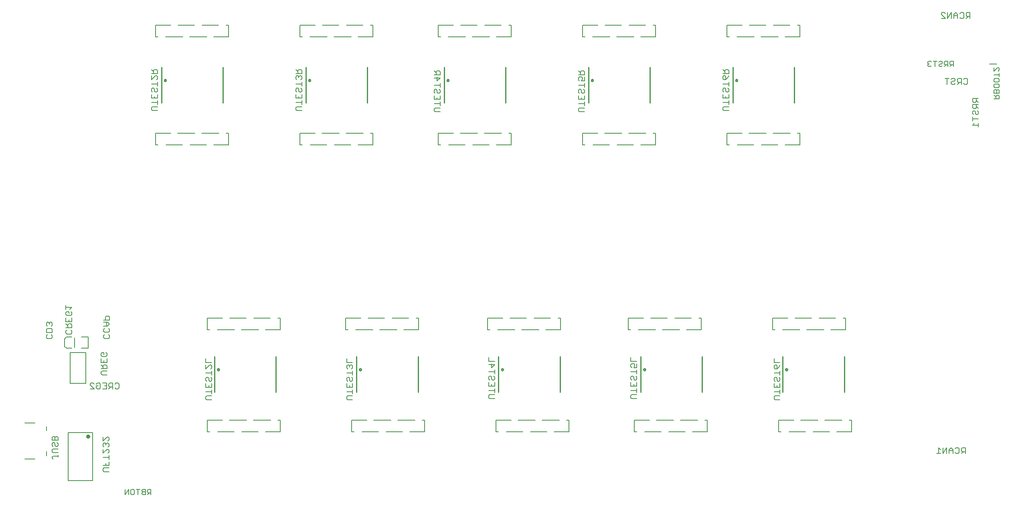
<source format=gbo>
G75*
G70*
%OFA0B0*%
%FSLAX24Y24*%
%IPPOS*%
%LPD*%
%AMOC8*
5,1,8,0,0,1.08239X$1,22.5*
%
%ADD10C,0.0060*%
%ADD11C,0.0070*%
%ADD12C,0.0080*%
%ADD13C,0.0348*%
%ADD14C,0.0050*%
%ADD15C,0.0100*%
D10*
X017455Y002098D02*
X017455Y002538D01*
X017749Y002538D02*
X017455Y002098D01*
X017749Y002098D02*
X017749Y002538D01*
X017916Y002465D02*
X017989Y002538D01*
X018136Y002538D01*
X018209Y002465D01*
X018209Y002171D01*
X018136Y002098D01*
X017989Y002098D01*
X017916Y002171D01*
X017916Y002465D01*
X018376Y002538D02*
X018670Y002538D01*
X018523Y002538D02*
X018523Y002098D01*
X018836Y002171D02*
X018910Y002098D01*
X019130Y002098D01*
X019130Y002538D01*
X018910Y002538D01*
X018836Y002465D01*
X018836Y002392D01*
X018910Y002318D01*
X019130Y002318D01*
X019297Y002318D02*
X019370Y002245D01*
X019590Y002245D01*
X019444Y002245D02*
X019297Y002098D01*
X019297Y002318D02*
X019297Y002465D01*
X019370Y002538D01*
X019590Y002538D01*
X019590Y002098D01*
X018910Y002318D02*
X018836Y002245D01*
X018836Y002171D01*
X084175Y037820D02*
X084249Y037747D01*
X084395Y037747D01*
X084469Y037820D01*
X084322Y037967D02*
X084249Y037967D01*
X084175Y037894D01*
X084175Y037820D01*
X084249Y037967D02*
X084175Y038040D01*
X084175Y038114D01*
X084249Y038187D01*
X084395Y038187D01*
X084469Y038114D01*
X084635Y038187D02*
X084929Y038187D01*
X084782Y038187D02*
X084782Y037747D01*
X085096Y037820D02*
X085169Y037747D01*
X085316Y037747D01*
X085389Y037820D01*
X085316Y037967D02*
X085169Y037967D01*
X085096Y037894D01*
X085096Y037820D01*
X085316Y037967D02*
X085389Y038040D01*
X085389Y038114D01*
X085316Y038187D01*
X085169Y038187D01*
X085096Y038114D01*
X085556Y038114D02*
X085556Y037967D01*
X085630Y037894D01*
X085850Y037894D01*
X085703Y037894D02*
X085556Y037747D01*
X085850Y037747D02*
X085850Y038187D01*
X085630Y038187D01*
X085556Y038114D01*
X086016Y038114D02*
X086016Y037967D01*
X086090Y037894D01*
X086310Y037894D01*
X086163Y037894D02*
X086016Y037747D01*
X086310Y037747D02*
X086310Y038187D01*
X086090Y038187D01*
X086016Y038114D01*
X089312Y037956D02*
X089903Y037956D01*
X089972Y037670D02*
X090045Y037670D01*
X090118Y037596D01*
X090118Y037450D01*
X090045Y037376D01*
X090118Y037209D02*
X090118Y036916D01*
X090118Y037063D02*
X089678Y037063D01*
X089678Y037376D02*
X089972Y037670D01*
X089678Y037670D02*
X089678Y037376D01*
X089751Y036749D02*
X090045Y036749D01*
X090118Y036676D01*
X090118Y036529D01*
X090045Y036456D01*
X089751Y036456D01*
X089678Y036529D01*
X089678Y036676D01*
X089751Y036749D01*
X089751Y036289D02*
X090045Y036289D01*
X090118Y036215D01*
X090118Y036069D01*
X090045Y035995D01*
X089751Y035995D01*
X089678Y036069D01*
X089678Y036215D01*
X089751Y036289D01*
X089751Y035828D02*
X089678Y035755D01*
X089678Y035535D01*
X090118Y035535D01*
X090118Y035755D01*
X090045Y035828D01*
X089972Y035828D01*
X089898Y035755D01*
X089898Y035535D01*
X089898Y035368D02*
X089825Y035295D01*
X089825Y035074D01*
X089678Y035074D02*
X090118Y035074D01*
X090118Y035295D01*
X090045Y035368D01*
X089898Y035368D01*
X089825Y035221D02*
X089678Y035368D01*
X089898Y035755D02*
X089825Y035828D01*
X089751Y035828D01*
D11*
X088382Y035104D02*
X087891Y035104D01*
X087891Y034859D01*
X087973Y034777D01*
X088136Y034777D01*
X088218Y034859D01*
X088218Y035104D01*
X088218Y034940D02*
X088382Y034777D01*
X088382Y034588D02*
X087891Y034588D01*
X087891Y034343D01*
X087973Y034261D01*
X088136Y034261D01*
X088218Y034343D01*
X088218Y034588D01*
X088218Y034425D02*
X088382Y034261D01*
X088300Y034072D02*
X088382Y033991D01*
X088382Y033827D01*
X088300Y033746D01*
X088218Y033746D01*
X088136Y033827D01*
X088136Y033991D01*
X088055Y034072D01*
X087973Y034072D01*
X087891Y033991D01*
X087891Y033827D01*
X087973Y033746D01*
X087891Y033557D02*
X087891Y033230D01*
X087891Y033393D02*
X088382Y033393D01*
X088382Y033041D02*
X088382Y032714D01*
X088382Y032878D02*
X087891Y032878D01*
X088055Y033041D01*
X087395Y036275D02*
X087231Y036275D01*
X087150Y036356D01*
X086961Y036275D02*
X086961Y036765D01*
X086716Y036765D01*
X086634Y036683D01*
X086634Y036520D01*
X086716Y036438D01*
X086961Y036438D01*
X086797Y036438D02*
X086634Y036275D01*
X086445Y036356D02*
X086364Y036275D01*
X086200Y036275D01*
X086118Y036356D01*
X086118Y036438D01*
X086200Y036520D01*
X086364Y036520D01*
X086445Y036601D01*
X086445Y036683D01*
X086364Y036765D01*
X086200Y036765D01*
X086118Y036683D01*
X085930Y036765D02*
X085603Y036765D01*
X085766Y036765D02*
X085766Y036275D01*
X087150Y036683D02*
X087231Y036765D01*
X087395Y036765D01*
X087477Y036683D01*
X087477Y036356D01*
X087395Y036275D01*
X087362Y041763D02*
X087525Y041926D01*
X087443Y041926D02*
X087689Y041926D01*
X087689Y041763D02*
X087689Y042253D01*
X087443Y042253D01*
X087362Y042172D01*
X087362Y042008D01*
X087443Y041926D01*
X087173Y041845D02*
X087091Y041763D01*
X086928Y041763D01*
X086846Y041845D01*
X086657Y041763D02*
X086657Y042090D01*
X086494Y042253D01*
X086330Y042090D01*
X086330Y041763D01*
X086142Y041763D02*
X086142Y042253D01*
X085815Y041763D01*
X085815Y042253D01*
X085626Y042172D02*
X085544Y042253D01*
X085381Y042253D01*
X085299Y042172D01*
X085299Y042090D01*
X085626Y041763D01*
X085299Y041763D01*
X086330Y042008D02*
X086657Y042008D01*
X086846Y042172D02*
X086928Y042253D01*
X087091Y042253D01*
X087173Y042172D01*
X087173Y041845D01*
X067633Y037422D02*
X067633Y037176D01*
X067142Y037176D01*
X067306Y037176D02*
X067306Y037422D01*
X067387Y037503D01*
X067551Y037503D01*
X067633Y037422D01*
X067306Y037340D02*
X067142Y037503D01*
X067224Y036988D02*
X067306Y036988D01*
X067387Y036906D01*
X067387Y036661D01*
X067224Y036661D01*
X067142Y036743D01*
X067142Y036906D01*
X067224Y036988D01*
X067551Y036824D02*
X067633Y036988D01*
X067551Y036824D02*
X067387Y036661D01*
X067633Y036472D02*
X067633Y036145D01*
X067633Y036309D02*
X067142Y036309D01*
X067224Y035956D02*
X067142Y035875D01*
X067142Y035711D01*
X067224Y035630D01*
X067387Y035711D02*
X067387Y035875D01*
X067306Y035956D01*
X067224Y035956D01*
X067387Y035711D02*
X067469Y035630D01*
X067551Y035630D01*
X067633Y035711D01*
X067633Y035875D01*
X067551Y035956D01*
X067633Y035441D02*
X067633Y035114D01*
X067142Y035114D01*
X067142Y035441D01*
X067387Y035277D02*
X067387Y035114D01*
X067633Y034925D02*
X067633Y034598D01*
X067633Y034762D02*
X067142Y034762D01*
X067224Y034410D02*
X067633Y034410D01*
X067633Y034083D02*
X067224Y034083D01*
X067142Y034164D01*
X067142Y034328D01*
X067224Y034410D01*
X055633Y034498D02*
X055633Y034825D01*
X055633Y034662D02*
X055142Y034662D01*
X055142Y035014D02*
X055142Y035341D01*
X055224Y035530D02*
X055142Y035611D01*
X055142Y035775D01*
X055224Y035856D01*
X055306Y035856D01*
X055387Y035775D01*
X055387Y035611D01*
X055469Y035530D01*
X055551Y035530D01*
X055633Y035611D01*
X055633Y035775D01*
X055551Y035856D01*
X055633Y036045D02*
X055633Y036372D01*
X055633Y036209D02*
X055142Y036209D01*
X055224Y036561D02*
X055142Y036643D01*
X055142Y036806D01*
X055224Y036888D01*
X055387Y036888D01*
X055469Y036806D01*
X055469Y036724D01*
X055387Y036561D01*
X055633Y036561D01*
X055633Y036888D01*
X055633Y037076D02*
X055633Y037322D01*
X055551Y037403D01*
X055387Y037403D01*
X055306Y037322D01*
X055306Y037076D01*
X055142Y037076D02*
X055633Y037076D01*
X055306Y037240D02*
X055142Y037403D01*
X055633Y035341D02*
X055633Y035014D01*
X055142Y035014D01*
X055387Y035014D02*
X055387Y035177D01*
X055224Y034310D02*
X055142Y034228D01*
X055142Y034064D01*
X055224Y033983D01*
X055633Y033983D01*
X055633Y034310D02*
X055224Y034310D01*
X043633Y034310D02*
X043224Y034310D01*
X043142Y034228D01*
X043142Y034064D01*
X043224Y033983D01*
X043633Y033983D01*
X043633Y034498D02*
X043633Y034825D01*
X043633Y034662D02*
X043142Y034662D01*
X043142Y035014D02*
X043142Y035341D01*
X043224Y035530D02*
X043142Y035611D01*
X043142Y035775D01*
X043224Y035856D01*
X043306Y035856D01*
X043387Y035775D01*
X043387Y035611D01*
X043469Y035530D01*
X043551Y035530D01*
X043633Y035611D01*
X043633Y035775D01*
X043551Y035856D01*
X043633Y036045D02*
X043633Y036372D01*
X043633Y036209D02*
X043142Y036209D01*
X043387Y036561D02*
X043387Y036888D01*
X043306Y037076D02*
X043306Y037322D01*
X043387Y037403D01*
X043551Y037403D01*
X043633Y037322D01*
X043633Y037076D01*
X043142Y037076D01*
X043306Y037240D02*
X043142Y037403D01*
X043142Y036806D02*
X043633Y036806D01*
X043387Y036561D01*
X043633Y035341D02*
X043633Y035014D01*
X043142Y035014D01*
X043387Y035014D02*
X043387Y035177D01*
X032133Y035114D02*
X031642Y035114D01*
X031642Y035441D01*
X031724Y035630D02*
X031642Y035711D01*
X031642Y035875D01*
X031724Y035956D01*
X031806Y035956D01*
X031887Y035875D01*
X031887Y035711D01*
X031969Y035630D01*
X032051Y035630D01*
X032133Y035711D01*
X032133Y035875D01*
X032051Y035956D01*
X032133Y036145D02*
X032133Y036472D01*
X032133Y036309D02*
X031642Y036309D01*
X031724Y036661D02*
X031642Y036743D01*
X031642Y036906D01*
X031724Y036988D01*
X031806Y036988D01*
X031887Y036906D01*
X031887Y036824D01*
X031887Y036906D02*
X031969Y036988D01*
X032051Y036988D01*
X032133Y036906D01*
X032133Y036743D01*
X032051Y036661D01*
X032133Y037176D02*
X031642Y037176D01*
X031806Y037176D02*
X031806Y037422D01*
X031887Y037503D01*
X032051Y037503D01*
X032133Y037422D01*
X032133Y037176D01*
X031806Y037340D02*
X031642Y037503D01*
X032133Y035441D02*
X032133Y035114D01*
X032133Y034925D02*
X032133Y034598D01*
X032133Y034762D02*
X031642Y034762D01*
X031724Y034410D02*
X031642Y034328D01*
X031642Y034164D01*
X031724Y034083D01*
X032133Y034083D01*
X032133Y034410D02*
X031724Y034410D01*
X031887Y035114D02*
X031887Y035277D01*
X020133Y035114D02*
X019642Y035114D01*
X019642Y035441D01*
X019724Y035630D02*
X019642Y035711D01*
X019642Y035875D01*
X019724Y035956D01*
X019806Y035956D01*
X019887Y035875D01*
X019887Y035711D01*
X019969Y035630D01*
X020051Y035630D01*
X020133Y035711D01*
X020133Y035875D01*
X020051Y035956D01*
X020133Y036145D02*
X020133Y036472D01*
X020133Y036309D02*
X019642Y036309D01*
X019642Y036661D02*
X019969Y036988D01*
X020051Y036988D01*
X020133Y036906D01*
X020133Y036743D01*
X020051Y036661D01*
X019642Y036661D02*
X019642Y036988D01*
X019642Y037176D02*
X020133Y037176D01*
X020133Y037422D01*
X020051Y037503D01*
X019887Y037503D01*
X019806Y037422D01*
X019806Y037176D01*
X019806Y037340D02*
X019642Y037503D01*
X020133Y035441D02*
X020133Y035114D01*
X020133Y034925D02*
X020133Y034598D01*
X020133Y034762D02*
X019642Y034762D01*
X019724Y034410D02*
X020133Y034410D01*
X020133Y034083D02*
X019724Y034083D01*
X019642Y034164D01*
X019642Y034328D01*
X019724Y034410D01*
X019887Y035114D02*
X019887Y035277D01*
X013010Y017696D02*
X012519Y017696D01*
X012519Y017533D02*
X012519Y017860D01*
X012846Y017533D02*
X013010Y017696D01*
X012928Y017344D02*
X013010Y017263D01*
X013010Y017099D01*
X012928Y017017D01*
X012601Y017017D01*
X012519Y017099D01*
X012519Y017263D01*
X012601Y017344D01*
X012765Y017344D01*
X012765Y017181D01*
X013010Y016829D02*
X013010Y016502D01*
X012519Y016502D01*
X012519Y016829D01*
X012765Y016665D02*
X012765Y016502D01*
X012765Y016313D02*
X012683Y016231D01*
X012683Y015986D01*
X012519Y015986D02*
X013010Y015986D01*
X013010Y016231D01*
X012928Y016313D01*
X012765Y016313D01*
X012683Y016150D02*
X012519Y016313D01*
X012601Y015797D02*
X012519Y015716D01*
X012519Y015552D01*
X012601Y015470D01*
X012928Y015470D01*
X013010Y015552D01*
X013010Y015716D01*
X012928Y015797D01*
X011382Y015850D02*
X011382Y015604D01*
X010892Y015604D01*
X010892Y015850D01*
X010974Y015931D01*
X011301Y015931D01*
X011382Y015850D01*
X011301Y016120D02*
X011382Y016202D01*
X011382Y016365D01*
X011301Y016447D01*
X011219Y016447D01*
X011137Y016365D01*
X011055Y016447D01*
X010974Y016447D01*
X010892Y016365D01*
X010892Y016202D01*
X010974Y016120D01*
X011137Y016284D02*
X011137Y016365D01*
X010974Y015416D02*
X010892Y015334D01*
X010892Y015171D01*
X010974Y015089D01*
X011301Y015089D01*
X011382Y015171D01*
X011382Y015334D01*
X011301Y015416D01*
X015655Y015343D02*
X015655Y015180D01*
X015737Y015098D01*
X016064Y015098D01*
X016145Y015180D01*
X016145Y015343D01*
X016064Y015425D01*
X016064Y015614D02*
X015737Y015614D01*
X015655Y015695D01*
X015655Y015859D01*
X015737Y015940D01*
X015655Y016129D02*
X015982Y016129D01*
X016145Y016293D01*
X015982Y016456D01*
X015655Y016456D01*
X015655Y016645D02*
X016145Y016645D01*
X016145Y016890D01*
X016064Y016972D01*
X015900Y016972D01*
X015818Y016890D01*
X015818Y016645D01*
X015900Y016456D02*
X015900Y016129D01*
X016064Y015940D02*
X016145Y015859D01*
X016145Y015695D01*
X016064Y015614D01*
X015737Y015425D02*
X015655Y015343D01*
X015688Y013938D02*
X015688Y013775D01*
X015688Y013938D02*
X015525Y013938D01*
X015443Y013856D01*
X015443Y013693D01*
X015525Y013611D01*
X015852Y013611D01*
X015933Y013693D01*
X015933Y013856D01*
X015852Y013938D01*
X015933Y013423D02*
X015933Y013096D01*
X015443Y013096D01*
X015443Y013423D01*
X015688Y013259D02*
X015688Y013096D01*
X015688Y012907D02*
X015606Y012825D01*
X015606Y012580D01*
X015443Y012580D02*
X015933Y012580D01*
X015933Y012825D01*
X015852Y012907D01*
X015688Y012907D01*
X015606Y012743D02*
X015443Y012907D01*
X015525Y012391D02*
X015933Y012391D01*
X015933Y012064D02*
X015525Y012064D01*
X015443Y012146D01*
X015443Y012310D01*
X015525Y012391D01*
X015570Y011391D02*
X015897Y011391D01*
X015897Y010901D01*
X015570Y010901D01*
X015382Y010982D02*
X015300Y010901D01*
X015136Y010901D01*
X015055Y010982D01*
X015055Y011146D01*
X015218Y011146D01*
X015055Y011309D02*
X015136Y011391D01*
X015300Y011391D01*
X015382Y011309D01*
X015382Y010982D01*
X015734Y011146D02*
X015897Y011146D01*
X016086Y011146D02*
X016168Y011064D01*
X016413Y011064D01*
X016413Y010901D02*
X016413Y011391D01*
X016168Y011391D01*
X016086Y011309D01*
X016086Y011146D01*
X016249Y011064D02*
X016086Y010901D01*
X016601Y010982D02*
X016683Y010901D01*
X016847Y010901D01*
X016928Y010982D01*
X016928Y011309D01*
X016847Y011391D01*
X016683Y011391D01*
X016601Y011309D01*
X014866Y011309D02*
X014784Y011391D01*
X014621Y011391D01*
X014539Y011309D01*
X014539Y011227D01*
X014866Y010901D01*
X014539Y010901D01*
X015609Y006905D02*
X015609Y006578D01*
X015936Y006905D01*
X016017Y006905D01*
X016099Y006824D01*
X016099Y006660D01*
X016017Y006578D01*
X016017Y006390D02*
X015936Y006390D01*
X015854Y006308D01*
X015772Y006390D01*
X015690Y006390D01*
X015609Y006308D01*
X015609Y006144D01*
X015690Y006063D01*
X015609Y005874D02*
X015609Y005547D01*
X015936Y005874D01*
X016017Y005874D01*
X016099Y005792D01*
X016099Y005629D01*
X016017Y005547D01*
X016099Y005358D02*
X016099Y005031D01*
X016099Y005195D02*
X015609Y005195D01*
X015854Y004679D02*
X015854Y004516D01*
X016099Y004516D02*
X016099Y004843D01*
X016099Y004516D02*
X015609Y004516D01*
X015690Y004327D02*
X016099Y004327D01*
X016099Y004000D02*
X015690Y004000D01*
X015609Y004082D01*
X015609Y004245D01*
X015690Y004327D01*
X016017Y006063D02*
X016099Y006144D01*
X016099Y006308D01*
X016017Y006390D01*
X015854Y006308D02*
X015854Y006226D01*
X011865Y006180D02*
X011784Y006098D01*
X011702Y006098D01*
X011620Y006180D01*
X011620Y006343D01*
X011538Y006425D01*
X011457Y006425D01*
X011375Y006343D01*
X011375Y006180D01*
X011457Y006098D01*
X011457Y005909D02*
X011865Y005909D01*
X011865Y006180D02*
X011865Y006343D01*
X011784Y006425D01*
X011865Y006614D02*
X011375Y006614D01*
X011375Y006859D01*
X011457Y006941D01*
X011538Y006941D01*
X011620Y006859D01*
X011620Y006614D01*
X011620Y006859D02*
X011702Y006941D01*
X011784Y006941D01*
X011865Y006859D01*
X011865Y006614D01*
X011457Y005909D02*
X011375Y005828D01*
X011375Y005664D01*
X011457Y005583D01*
X011865Y005583D01*
X011865Y005394D02*
X011865Y005230D01*
X011865Y005312D02*
X011457Y005312D01*
X011375Y005230D01*
X011375Y005149D01*
X011457Y005067D01*
X024152Y010075D02*
X024152Y010239D01*
X024234Y010321D01*
X024643Y010321D01*
X024643Y010509D02*
X024643Y010836D01*
X024643Y010673D02*
X024152Y010673D01*
X024152Y011025D02*
X024152Y011352D01*
X024234Y011541D02*
X024152Y011622D01*
X024152Y011786D01*
X024234Y011867D01*
X024316Y011867D01*
X024398Y011786D01*
X024398Y011622D01*
X024479Y011541D01*
X024561Y011541D01*
X024643Y011622D01*
X024643Y011786D01*
X024561Y011867D01*
X024643Y012056D02*
X024643Y012383D01*
X024643Y012220D02*
X024152Y012220D01*
X024152Y012572D02*
X024479Y012899D01*
X024561Y012899D01*
X024643Y012817D01*
X024643Y012654D01*
X024561Y012572D01*
X024152Y012572D02*
X024152Y012899D01*
X024152Y013087D02*
X024152Y013414D01*
X024152Y013087D02*
X024643Y013087D01*
X024643Y011352D02*
X024643Y011025D01*
X024152Y011025D01*
X024398Y011025D02*
X024398Y011188D01*
X024152Y010075D02*
X024234Y009994D01*
X024643Y009994D01*
X035863Y010075D02*
X035863Y010239D01*
X035945Y010321D01*
X036354Y010321D01*
X036354Y010509D02*
X036354Y010836D01*
X036354Y010673D02*
X035863Y010673D01*
X035863Y011025D02*
X035863Y011352D01*
X035945Y011541D02*
X035863Y011622D01*
X035863Y011786D01*
X035945Y011867D01*
X036027Y011867D01*
X036109Y011786D01*
X036109Y011622D01*
X036190Y011541D01*
X036272Y011541D01*
X036354Y011622D01*
X036354Y011786D01*
X036272Y011867D01*
X036354Y012056D02*
X036354Y012383D01*
X036354Y012220D02*
X035863Y012220D01*
X035945Y012572D02*
X035863Y012654D01*
X035863Y012817D01*
X035945Y012899D01*
X036027Y012899D01*
X036109Y012817D01*
X036109Y012735D01*
X036109Y012817D02*
X036190Y012899D01*
X036272Y012899D01*
X036354Y012817D01*
X036354Y012654D01*
X036272Y012572D01*
X036354Y013087D02*
X035863Y013087D01*
X035863Y013414D01*
X036354Y011352D02*
X036354Y011025D01*
X035863Y011025D01*
X036109Y011025D02*
X036109Y011188D01*
X035863Y010075D02*
X035945Y009994D01*
X036354Y009994D01*
X047674Y010175D02*
X047674Y010339D01*
X047756Y010421D01*
X048165Y010421D01*
X048165Y010609D02*
X048165Y010936D01*
X048165Y010773D02*
X047674Y010773D01*
X047674Y011125D02*
X047674Y011452D01*
X047756Y011641D02*
X047674Y011722D01*
X047674Y011886D01*
X047756Y011967D01*
X047838Y011967D01*
X047920Y011886D01*
X047920Y011722D01*
X048001Y011641D01*
X048083Y011641D01*
X048165Y011722D01*
X048165Y011886D01*
X048083Y011967D01*
X048165Y012156D02*
X048165Y012483D01*
X048165Y012320D02*
X047674Y012320D01*
X047920Y012672D02*
X047920Y012999D01*
X048165Y012917D02*
X047920Y012672D01*
X048165Y012917D02*
X047674Y012917D01*
X047674Y013187D02*
X047674Y013514D01*
X047674Y013187D02*
X048165Y013187D01*
X048165Y011452D02*
X048165Y011125D01*
X047674Y011125D01*
X047920Y011125D02*
X047920Y011288D01*
X047674Y010175D02*
X047756Y010094D01*
X048165Y010094D01*
X059485Y010175D02*
X059485Y010339D01*
X059567Y010421D01*
X059976Y010421D01*
X059976Y010609D02*
X059976Y010936D01*
X059976Y010773D02*
X059485Y010773D01*
X059485Y011125D02*
X059485Y011452D01*
X059567Y011641D02*
X059485Y011722D01*
X059485Y011886D01*
X059567Y011967D01*
X059649Y011967D01*
X059731Y011886D01*
X059731Y011722D01*
X059812Y011641D01*
X059894Y011641D01*
X059976Y011722D01*
X059976Y011886D01*
X059894Y011967D01*
X059976Y012156D02*
X059976Y012483D01*
X059976Y012320D02*
X059485Y012320D01*
X059567Y012672D02*
X059485Y012754D01*
X059485Y012917D01*
X059567Y012999D01*
X059731Y012999D01*
X059812Y012917D01*
X059812Y012835D01*
X059731Y012672D01*
X059976Y012672D01*
X059976Y012999D01*
X059976Y013187D02*
X059485Y013187D01*
X059485Y013514D01*
X059976Y011452D02*
X059976Y011125D01*
X059485Y011125D01*
X059731Y011125D02*
X059731Y011288D01*
X059485Y010175D02*
X059567Y010094D01*
X059976Y010094D01*
X071396Y010075D02*
X071396Y010239D01*
X071478Y010321D01*
X071887Y010321D01*
X071887Y010509D02*
X071887Y010836D01*
X071887Y010673D02*
X071396Y010673D01*
X071396Y011025D02*
X071396Y011352D01*
X071478Y011541D02*
X071396Y011622D01*
X071396Y011786D01*
X071478Y011867D01*
X071560Y011867D01*
X071642Y011786D01*
X071642Y011622D01*
X071723Y011541D01*
X071805Y011541D01*
X071887Y011622D01*
X071887Y011786D01*
X071805Y011867D01*
X071887Y012056D02*
X071887Y012383D01*
X071887Y012220D02*
X071396Y012220D01*
X071478Y012572D02*
X071396Y012654D01*
X071396Y012817D01*
X071478Y012899D01*
X071560Y012899D01*
X071642Y012817D01*
X071642Y012572D01*
X071478Y012572D01*
X071642Y012572D02*
X071805Y012735D01*
X071887Y012899D01*
X071887Y013087D02*
X071396Y013087D01*
X071396Y013414D01*
X071887Y011352D02*
X071887Y011025D01*
X071396Y011025D01*
X071642Y011025D02*
X071642Y011188D01*
X071396Y010075D02*
X071478Y009994D01*
X071887Y009994D01*
X084909Y005513D02*
X085236Y005513D01*
X085073Y005513D02*
X085073Y006004D01*
X085236Y005840D01*
X085425Y006004D02*
X085425Y005513D01*
X085752Y006004D01*
X085752Y005513D01*
X085941Y005513D02*
X085941Y005840D01*
X086104Y006004D01*
X086268Y005840D01*
X086268Y005513D01*
X086456Y005595D02*
X086538Y005513D01*
X086702Y005513D01*
X086783Y005595D01*
X086783Y005922D01*
X086702Y006004D01*
X086538Y006004D01*
X086456Y005922D01*
X086268Y005758D02*
X085941Y005758D01*
X086972Y005758D02*
X087054Y005677D01*
X087299Y005677D01*
X087135Y005677D02*
X086972Y005513D01*
X086972Y005758D02*
X086972Y005922D01*
X087054Y006004D01*
X087299Y006004D01*
X087299Y005513D01*
D12*
X009934Y005058D02*
X009108Y005058D01*
X010919Y005334D02*
X010919Y005688D01*
X010919Y007420D02*
X010919Y007775D01*
X009934Y008050D02*
X009108Y008050D01*
X012696Y007276D02*
X014743Y007276D01*
X014743Y003260D01*
X012696Y003260D01*
X012696Y007276D01*
X012883Y011364D02*
X014183Y011364D01*
X014183Y013944D01*
X012883Y013944D01*
X012883Y011364D01*
X013012Y014282D02*
X012579Y014282D01*
X012422Y014439D01*
X012422Y015069D01*
X012579Y015227D01*
X013012Y015227D01*
X013800Y015227D02*
X014390Y015227D01*
X014390Y014282D01*
X013800Y014282D01*
D13*
X014359Y006921D03*
D14*
X024278Y007315D02*
X024483Y007315D01*
X024278Y007315D02*
X024278Y008299D01*
X025533Y008299D01*
X026094Y008299D02*
X027540Y008299D01*
X028094Y008299D02*
X029540Y008299D01*
X030152Y008299D02*
X030357Y008299D01*
X030357Y007315D01*
X029102Y007315D01*
X028507Y007315D02*
X027128Y007315D01*
X026507Y007315D02*
X025128Y007315D01*
X036278Y007315D02*
X036483Y007315D01*
X036278Y007315D02*
X036278Y008299D01*
X037533Y008299D01*
X038094Y008299D02*
X039540Y008299D01*
X040094Y008299D02*
X041540Y008299D01*
X042152Y008299D02*
X042357Y008299D01*
X042357Y007315D01*
X041102Y007315D01*
X040507Y007315D02*
X039128Y007315D01*
X038507Y007315D02*
X037128Y007315D01*
X048278Y007315D02*
X048483Y007315D01*
X048278Y007315D02*
X048278Y008299D01*
X049533Y008299D01*
X050094Y008299D02*
X051540Y008299D01*
X052094Y008299D02*
X053540Y008299D01*
X054152Y008299D02*
X054357Y008299D01*
X054357Y007315D01*
X053102Y007315D01*
X052507Y007315D02*
X051128Y007315D01*
X050507Y007315D02*
X049128Y007315D01*
X059778Y007315D02*
X059983Y007315D01*
X059778Y007315D02*
X059778Y008299D01*
X061033Y008299D01*
X061594Y008299D02*
X063040Y008299D01*
X063594Y008299D02*
X065040Y008299D01*
X065652Y008299D02*
X065857Y008299D01*
X065857Y007315D01*
X064602Y007315D01*
X064007Y007315D02*
X062628Y007315D01*
X062007Y007315D02*
X060628Y007315D01*
X071778Y007315D02*
X071983Y007315D01*
X071778Y007315D02*
X071778Y008299D01*
X073033Y008299D01*
X073594Y008299D02*
X075040Y008299D01*
X075594Y008299D02*
X077040Y008299D01*
X077652Y008299D02*
X077857Y008299D01*
X077857Y007315D01*
X076602Y007315D01*
X076007Y007315D02*
X074628Y007315D01*
X074007Y007315D02*
X072628Y007315D01*
X072094Y015815D02*
X073540Y015815D01*
X074094Y015815D02*
X075540Y015815D01*
X076102Y015815D02*
X077357Y015815D01*
X077357Y016799D01*
X077152Y016799D01*
X076507Y016799D02*
X075128Y016799D01*
X074507Y016799D02*
X073128Y016799D01*
X072533Y016799D02*
X071278Y016799D01*
X071278Y015815D01*
X071483Y015815D01*
X065357Y015815D02*
X064102Y015815D01*
X063540Y015815D02*
X062094Y015815D01*
X061540Y015815D02*
X060094Y015815D01*
X059483Y015815D02*
X059278Y015815D01*
X059278Y016799D01*
X060533Y016799D01*
X061128Y016799D02*
X062507Y016799D01*
X063128Y016799D02*
X064507Y016799D01*
X065152Y016799D02*
X065357Y016799D01*
X065357Y015815D01*
X053657Y015815D02*
X052402Y015815D01*
X051840Y015815D02*
X050394Y015815D01*
X049840Y015815D02*
X048394Y015815D01*
X047783Y015815D02*
X047578Y015815D01*
X047578Y016799D01*
X048833Y016799D01*
X049428Y016799D02*
X050807Y016799D01*
X051428Y016799D02*
X052807Y016799D01*
X053452Y016799D02*
X053657Y016799D01*
X053657Y015815D01*
X041857Y015815D02*
X040602Y015815D01*
X040040Y015815D02*
X038594Y015815D01*
X038040Y015815D02*
X036594Y015815D01*
X035983Y015815D02*
X035778Y015815D01*
X035778Y016799D01*
X037033Y016799D01*
X037628Y016799D02*
X039007Y016799D01*
X039628Y016799D02*
X041007Y016799D01*
X041652Y016799D02*
X041857Y016799D01*
X041857Y015815D01*
X030357Y015815D02*
X029102Y015815D01*
X028540Y015815D02*
X027094Y015815D01*
X026540Y015815D02*
X025094Y015815D01*
X024483Y015815D02*
X024278Y015815D01*
X024278Y016799D01*
X025533Y016799D01*
X026128Y016799D02*
X027507Y016799D01*
X028128Y016799D02*
X029507Y016799D01*
X030152Y016799D02*
X030357Y016799D01*
X030357Y015815D01*
X013256Y015154D02*
X013256Y014354D01*
X019978Y031215D02*
X020183Y031215D01*
X019978Y031215D02*
X019978Y032199D01*
X021233Y032199D01*
X021794Y032199D02*
X023240Y032199D01*
X023794Y032199D02*
X025240Y032199D01*
X025852Y032199D02*
X026057Y032199D01*
X026057Y031215D01*
X024802Y031215D01*
X024207Y031215D02*
X022828Y031215D01*
X022207Y031215D02*
X020828Y031215D01*
X031978Y031215D02*
X032183Y031215D01*
X031978Y031215D02*
X031978Y032199D01*
X033233Y032199D01*
X033794Y032199D02*
X035240Y032199D01*
X035794Y032199D02*
X037240Y032199D01*
X037852Y032199D02*
X038057Y032199D01*
X038057Y031215D01*
X036802Y031215D01*
X036207Y031215D02*
X034828Y031215D01*
X034207Y031215D02*
X032828Y031215D01*
X043478Y031215D02*
X043683Y031215D01*
X043478Y031215D02*
X043478Y032199D01*
X044733Y032199D01*
X045294Y032199D02*
X046740Y032199D01*
X047294Y032199D02*
X048740Y032199D01*
X049352Y032199D02*
X049557Y032199D01*
X049557Y031215D01*
X048302Y031215D01*
X047707Y031215D02*
X046328Y031215D01*
X045707Y031215D02*
X044328Y031215D01*
X055478Y031215D02*
X055683Y031215D01*
X055478Y031215D02*
X055478Y032199D01*
X056733Y032199D01*
X057294Y032199D02*
X058740Y032199D01*
X059294Y032199D02*
X060740Y032199D01*
X061352Y032199D02*
X061557Y032199D01*
X061557Y031215D01*
X060302Y031215D01*
X059707Y031215D02*
X058328Y031215D01*
X057707Y031215D02*
X056328Y031215D01*
X067478Y031215D02*
X067683Y031215D01*
X067478Y031215D02*
X067478Y032199D01*
X068733Y032199D01*
X069294Y032199D02*
X070740Y032199D01*
X071294Y032199D02*
X072740Y032199D01*
X073352Y032199D02*
X073557Y032199D01*
X073557Y031215D01*
X072302Y031215D01*
X071707Y031215D02*
X070328Y031215D01*
X069707Y031215D02*
X068328Y031215D01*
X068294Y040215D02*
X069740Y040215D01*
X070294Y040215D02*
X071740Y040215D01*
X072302Y040215D02*
X073557Y040215D01*
X073557Y041199D01*
X073352Y041199D01*
X072707Y041199D02*
X071328Y041199D01*
X070707Y041199D02*
X069328Y041199D01*
X068733Y041199D02*
X067478Y041199D01*
X067478Y040215D01*
X067683Y040215D01*
X061557Y040215D02*
X060302Y040215D01*
X059740Y040215D02*
X058294Y040215D01*
X057740Y040215D02*
X056294Y040215D01*
X055683Y040215D02*
X055478Y040215D01*
X055478Y041199D01*
X056733Y041199D01*
X057328Y041199D02*
X058707Y041199D01*
X059328Y041199D02*
X060707Y041199D01*
X061352Y041199D02*
X061557Y041199D01*
X061557Y040215D01*
X049557Y040215D02*
X048302Y040215D01*
X047740Y040215D02*
X046294Y040215D01*
X045740Y040215D02*
X044294Y040215D01*
X043683Y040215D02*
X043478Y040215D01*
X043478Y041199D01*
X044733Y041199D01*
X045328Y041199D02*
X046707Y041199D01*
X047328Y041199D02*
X048707Y041199D01*
X049352Y041199D02*
X049557Y041199D01*
X049557Y040215D01*
X038057Y040215D02*
X036802Y040215D01*
X036240Y040215D02*
X034794Y040215D01*
X034240Y040215D02*
X032794Y040215D01*
X032183Y040215D02*
X031978Y040215D01*
X031978Y041199D01*
X033233Y041199D01*
X033828Y041199D02*
X035207Y041199D01*
X035828Y041199D02*
X037207Y041199D01*
X037852Y041199D02*
X038057Y041199D01*
X038057Y040215D01*
X026057Y040215D02*
X024802Y040215D01*
X024240Y040215D02*
X022794Y040215D01*
X022240Y040215D02*
X020794Y040215D01*
X020183Y040215D02*
X019978Y040215D01*
X019978Y041199D01*
X021233Y041199D01*
X021828Y041199D02*
X023207Y041199D01*
X023828Y041199D02*
X025207Y041199D01*
X025852Y041199D02*
X026057Y041199D01*
X026057Y040215D01*
D15*
X025576Y037683D02*
X025576Y034731D01*
X020458Y034731D02*
X020458Y037683D01*
X020694Y036601D02*
X020696Y036619D01*
X020702Y036635D01*
X020711Y036650D01*
X020724Y036663D01*
X020739Y036672D01*
X020755Y036678D01*
X020773Y036680D01*
X020791Y036678D01*
X020807Y036672D01*
X020822Y036663D01*
X020835Y036650D01*
X020844Y036635D01*
X020850Y036619D01*
X020852Y036601D01*
X020850Y036583D01*
X020844Y036567D01*
X020835Y036552D01*
X020822Y036539D01*
X020807Y036530D01*
X020791Y036524D01*
X020773Y036522D01*
X020755Y036524D01*
X020739Y036530D01*
X020724Y036539D01*
X020711Y036552D01*
X020702Y036567D01*
X020696Y036583D01*
X020694Y036601D01*
X032458Y037683D02*
X032458Y034731D01*
X032694Y036601D02*
X032696Y036619D01*
X032702Y036635D01*
X032711Y036650D01*
X032724Y036663D01*
X032739Y036672D01*
X032755Y036678D01*
X032773Y036680D01*
X032791Y036678D01*
X032807Y036672D01*
X032822Y036663D01*
X032835Y036650D01*
X032844Y036635D01*
X032850Y036619D01*
X032852Y036601D01*
X032850Y036583D01*
X032844Y036567D01*
X032835Y036552D01*
X032822Y036539D01*
X032807Y036530D01*
X032791Y036524D01*
X032773Y036522D01*
X032755Y036524D01*
X032739Y036530D01*
X032724Y036539D01*
X032711Y036552D01*
X032702Y036567D01*
X032696Y036583D01*
X032694Y036601D01*
X037576Y037683D02*
X037576Y034731D01*
X043958Y034731D02*
X043958Y037683D01*
X044194Y036601D02*
X044196Y036619D01*
X044202Y036635D01*
X044211Y036650D01*
X044224Y036663D01*
X044239Y036672D01*
X044255Y036678D01*
X044273Y036680D01*
X044291Y036678D01*
X044307Y036672D01*
X044322Y036663D01*
X044335Y036650D01*
X044344Y036635D01*
X044350Y036619D01*
X044352Y036601D01*
X044350Y036583D01*
X044344Y036567D01*
X044335Y036552D01*
X044322Y036539D01*
X044307Y036530D01*
X044291Y036524D01*
X044273Y036522D01*
X044255Y036524D01*
X044239Y036530D01*
X044224Y036539D01*
X044211Y036552D01*
X044202Y036567D01*
X044196Y036583D01*
X044194Y036601D01*
X049076Y037683D02*
X049076Y034731D01*
X055958Y034731D02*
X055958Y037683D01*
X056194Y036601D02*
X056196Y036619D01*
X056202Y036635D01*
X056211Y036650D01*
X056224Y036663D01*
X056239Y036672D01*
X056255Y036678D01*
X056273Y036680D01*
X056291Y036678D01*
X056307Y036672D01*
X056322Y036663D01*
X056335Y036650D01*
X056344Y036635D01*
X056350Y036619D01*
X056352Y036601D01*
X056350Y036583D01*
X056344Y036567D01*
X056335Y036552D01*
X056322Y036539D01*
X056307Y036530D01*
X056291Y036524D01*
X056273Y036522D01*
X056255Y036524D01*
X056239Y036530D01*
X056224Y036539D01*
X056211Y036552D01*
X056202Y036567D01*
X056196Y036583D01*
X056194Y036601D01*
X061076Y037683D02*
X061076Y034731D01*
X067958Y034731D02*
X067958Y037683D01*
X068194Y036601D02*
X068196Y036619D01*
X068202Y036635D01*
X068211Y036650D01*
X068224Y036663D01*
X068239Y036672D01*
X068255Y036678D01*
X068273Y036680D01*
X068291Y036678D01*
X068307Y036672D01*
X068322Y036663D01*
X068335Y036650D01*
X068344Y036635D01*
X068350Y036619D01*
X068352Y036601D01*
X068350Y036583D01*
X068344Y036567D01*
X068335Y036552D01*
X068322Y036539D01*
X068307Y036530D01*
X068291Y036524D01*
X068273Y036522D01*
X068255Y036524D01*
X068239Y036530D01*
X068224Y036539D01*
X068211Y036552D01*
X068202Y036567D01*
X068196Y036583D01*
X068194Y036601D01*
X073076Y037683D02*
X073076Y034731D01*
X072112Y013594D02*
X072112Y010642D01*
X072348Y012512D02*
X072350Y012530D01*
X072356Y012546D01*
X072365Y012561D01*
X072378Y012574D01*
X072393Y012583D01*
X072409Y012589D01*
X072427Y012591D01*
X072445Y012589D01*
X072461Y012583D01*
X072476Y012574D01*
X072489Y012561D01*
X072498Y012546D01*
X072504Y012530D01*
X072506Y012512D01*
X072504Y012494D01*
X072498Y012478D01*
X072489Y012463D01*
X072476Y012450D01*
X072461Y012441D01*
X072445Y012435D01*
X072427Y012433D01*
X072409Y012435D01*
X072393Y012441D01*
X072378Y012450D01*
X072365Y012463D01*
X072356Y012478D01*
X072350Y012494D01*
X072348Y012512D01*
X077231Y013594D02*
X077231Y010642D01*
X065420Y010642D02*
X065420Y013594D01*
X060537Y012512D02*
X060539Y012530D01*
X060545Y012546D01*
X060554Y012561D01*
X060567Y012574D01*
X060582Y012583D01*
X060598Y012589D01*
X060616Y012591D01*
X060634Y012589D01*
X060650Y012583D01*
X060665Y012574D01*
X060678Y012561D01*
X060687Y012546D01*
X060693Y012530D01*
X060695Y012512D01*
X060693Y012494D01*
X060687Y012478D01*
X060678Y012463D01*
X060665Y012450D01*
X060650Y012441D01*
X060634Y012435D01*
X060616Y012433D01*
X060598Y012435D01*
X060582Y012441D01*
X060567Y012450D01*
X060554Y012463D01*
X060545Y012478D01*
X060539Y012494D01*
X060537Y012512D01*
X060301Y013594D02*
X060301Y010642D01*
X053609Y010642D02*
X053609Y013594D01*
X048726Y012512D02*
X048728Y012530D01*
X048734Y012546D01*
X048743Y012561D01*
X048756Y012574D01*
X048771Y012583D01*
X048787Y012589D01*
X048805Y012591D01*
X048823Y012589D01*
X048839Y012583D01*
X048854Y012574D01*
X048867Y012561D01*
X048876Y012546D01*
X048882Y012530D01*
X048884Y012512D01*
X048882Y012494D01*
X048876Y012478D01*
X048867Y012463D01*
X048854Y012450D01*
X048839Y012441D01*
X048823Y012435D01*
X048805Y012433D01*
X048787Y012435D01*
X048771Y012441D01*
X048756Y012450D01*
X048743Y012463D01*
X048734Y012478D01*
X048728Y012494D01*
X048726Y012512D01*
X048490Y013594D02*
X048490Y010642D01*
X041797Y010642D02*
X041797Y013594D01*
X036915Y012512D02*
X036917Y012530D01*
X036923Y012546D01*
X036932Y012561D01*
X036945Y012574D01*
X036960Y012583D01*
X036976Y012589D01*
X036994Y012591D01*
X037012Y012589D01*
X037028Y012583D01*
X037043Y012574D01*
X037056Y012561D01*
X037065Y012546D01*
X037071Y012530D01*
X037073Y012512D01*
X037071Y012494D01*
X037065Y012478D01*
X037056Y012463D01*
X037043Y012450D01*
X037028Y012441D01*
X037012Y012435D01*
X036994Y012433D01*
X036976Y012435D01*
X036960Y012441D01*
X036945Y012450D01*
X036932Y012463D01*
X036923Y012478D01*
X036917Y012494D01*
X036915Y012512D01*
X036679Y013594D02*
X036679Y010642D01*
X029986Y010642D02*
X029986Y013594D01*
X025104Y012512D02*
X025106Y012530D01*
X025112Y012546D01*
X025121Y012561D01*
X025134Y012574D01*
X025149Y012583D01*
X025165Y012589D01*
X025183Y012591D01*
X025201Y012589D01*
X025217Y012583D01*
X025232Y012574D01*
X025245Y012561D01*
X025254Y012546D01*
X025260Y012530D01*
X025262Y012512D01*
X025260Y012494D01*
X025254Y012478D01*
X025245Y012463D01*
X025232Y012450D01*
X025217Y012441D01*
X025201Y012435D01*
X025183Y012433D01*
X025165Y012435D01*
X025149Y012441D01*
X025134Y012450D01*
X025121Y012463D01*
X025112Y012478D01*
X025106Y012494D01*
X025104Y012512D01*
X024868Y013594D02*
X024868Y010642D01*
M02*

</source>
